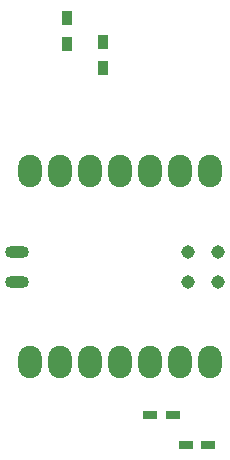
<source format=gtp>
G04 #@! TF.FileFunction,Paste,Top*
%FSLAX46Y46*%
G04 Gerber Fmt 4.6, Leading zero omitted, Abs format (unit mm)*
G04 Created by KiCad (PCBNEW 4.0.7) date 09/24/20 20:34:46*
%MOMM*%
%LPD*%
G01*
G04 APERTURE LIST*
%ADD10C,0.200000*%
%ADD11R,1.200000X0.750000*%
%ADD12R,0.900000X1.200000*%
%ADD13O,1.998980X2.748280*%
%ADD14O,2.032000X1.016000*%
%ADD15C,1.143000*%
G04 APERTURE END LIST*
D10*
D11*
X215450000Y-141000000D03*
X213550000Y-141000000D03*
X210550000Y-138500000D03*
X212450000Y-138500000D03*
D12*
X203500000Y-104900000D03*
X203500000Y-107100000D03*
X206500000Y-106900000D03*
X206500000Y-109100000D03*
D13*
X215617820Y-133997680D03*
X213077820Y-133997680D03*
X210537820Y-133997680D03*
X207997820Y-133997680D03*
X205457820Y-133997680D03*
X202917820Y-133997680D03*
X200377820Y-133997680D03*
X200377820Y-117833120D03*
X202917820Y-117833120D03*
X205457820Y-117833120D03*
X207997820Y-117833120D03*
X210537820Y-117833120D03*
X213077820Y-117833120D03*
X215617820Y-117833120D03*
D14*
X199300000Y-124700000D03*
X199300000Y-127250000D03*
D15*
X216304187Y-124698803D03*
X216304187Y-127238803D03*
X213764187Y-124698803D03*
X213764187Y-127238803D03*
M02*

</source>
